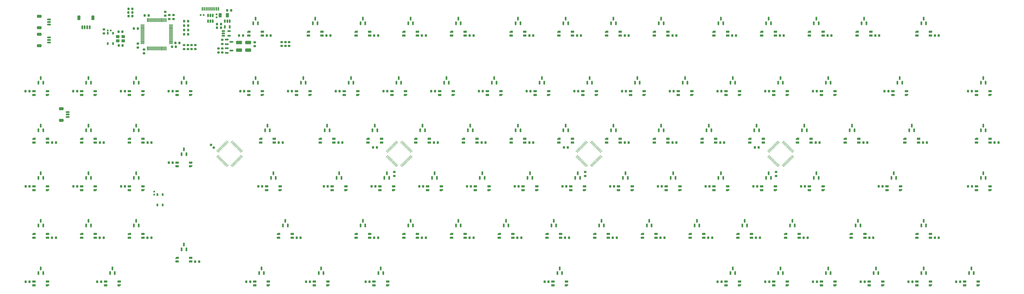
<source format=gbr>
%TF.GenerationSoftware,KiCad,Pcbnew,9.0.5*%
%TF.CreationDate,2026-01-18T13:13:48+07:00*%
%TF.ProjectId,MK98,4d4b3938-2e6b-4696-9361-645f70636258,rev?*%
%TF.SameCoordinates,Original*%
%TF.FileFunction,Paste,Bot*%
%TF.FilePolarity,Positive*%
%FSLAX46Y46*%
G04 Gerber Fmt 4.6, Leading zero omitted, Abs format (unit mm)*
G04 Created by KiCad (PCBNEW 9.0.5) date 2026-01-18 13:13:48*
%MOMM*%
%LPD*%
G01*
G04 APERTURE LIST*
G04 Aperture macros list*
%AMRoundRect*
0 Rectangle with rounded corners*
0 $1 Rounding radius*
0 $2 $3 $4 $5 $6 $7 $8 $9 X,Y pos of 4 corners*
0 Add a 4 corners polygon primitive as box body*
4,1,4,$2,$3,$4,$5,$6,$7,$8,$9,$2,$3,0*
0 Add four circle primitives for the rounded corners*
1,1,$1+$1,$2,$3*
1,1,$1+$1,$4,$5*
1,1,$1+$1,$6,$7*
1,1,$1+$1,$8,$9*
0 Add four rect primitives between the rounded corners*
20,1,$1+$1,$2,$3,$4,$5,0*
20,1,$1+$1,$4,$5,$6,$7,0*
20,1,$1+$1,$6,$7,$8,$9,0*
20,1,$1+$1,$8,$9,$2,$3,0*%
%AMRotRect*
0 Rectangle, with rotation*
0 The origin of the aperture is its center*
0 $1 length*
0 $2 width*
0 $3 Rotation angle, in degrees counterclockwise*
0 Add horizontal line*
21,1,$1,$2,0,0,$3*%
%AMFreePoly0*
4,1,18,-0.410000,0.593000,-0.403758,0.624380,-0.385983,0.650983,-0.359380,0.668758,-0.328000,0.675000,0.328000,0.675000,0.359380,0.668758,0.385983,0.650983,0.403758,0.624380,0.410000,0.593000,0.410000,-0.593000,0.403758,-0.624380,0.385983,-0.650983,0.359380,-0.668758,0.328000,-0.675000,0.000000,-0.675000,-0.410000,-0.265000,-0.410000,0.593000,-0.410000,0.593000,$1*%
G04 Aperture macros list end*
%ADD10RoundRect,0.082000X-0.593000X0.328000X-0.593000X-0.328000X0.593000X-0.328000X0.593000X0.328000X0*%
%ADD11FreePoly0,270.000000*%
%ADD12RoundRect,0.082000X0.593000X-0.328000X0.593000X0.328000X-0.593000X0.328000X-0.593000X-0.328000X0*%
%ADD13FreePoly0,90.000000*%
%ADD14RoundRect,0.150000X-0.150000X-0.625000X0.150000X-0.625000X0.150000X0.625000X-0.150000X0.625000X0*%
%ADD15RoundRect,0.250000X-0.350000X-0.650000X0.350000X-0.650000X0.350000X0.650000X-0.350000X0.650000X0*%
%ADD16RoundRect,0.225000X0.225000X0.250000X-0.225000X0.250000X-0.225000X-0.250000X0.225000X-0.250000X0*%
%ADD17RoundRect,0.150000X0.150000X-0.587500X0.150000X0.587500X-0.150000X0.587500X-0.150000X-0.587500X0*%
%ADD18RoundRect,0.250000X-0.945000X0.420000X-0.945000X-0.420000X0.945000X-0.420000X0.945000X0.420000X0*%
%ADD19RoundRect,0.225000X-0.225000X-0.250000X0.225000X-0.250000X0.225000X0.250000X-0.225000X0.250000X0*%
%ADD20RoundRect,0.200000X-0.275000X0.200000X-0.275000X-0.200000X0.275000X-0.200000X0.275000X0.200000X0*%
%ADD21RoundRect,0.225000X0.250000X-0.225000X0.250000X0.225000X-0.250000X0.225000X-0.250000X-0.225000X0*%
%ADD22RoundRect,0.150000X-0.512500X-0.150000X0.512500X-0.150000X0.512500X0.150000X-0.512500X0.150000X0*%
%ADD23RoundRect,0.250000X0.375000X0.625000X-0.375000X0.625000X-0.375000X-0.625000X0.375000X-0.625000X0*%
%ADD24RoundRect,0.160000X-0.160000X0.197500X-0.160000X-0.197500X0.160000X-0.197500X0.160000X0.197500X0*%
%ADD25RoundRect,0.225000X-0.250000X0.225000X-0.250000X-0.225000X0.250000X-0.225000X0.250000X0.225000X0*%
%ADD26R,0.700000X1.050013*%
%ADD27RoundRect,0.150000X0.625000X-0.150000X0.625000X0.150000X-0.625000X0.150000X-0.625000X-0.150000X0*%
%ADD28RoundRect,0.250000X0.650000X-0.350000X0.650000X0.350000X-0.650000X0.350000X-0.650000X-0.350000X0*%
%ADD29RoundRect,0.150000X-0.150000X0.512500X-0.150000X-0.512500X0.150000X-0.512500X0.150000X0.512500X0*%
%ADD30RoundRect,0.250000X-0.450000X-0.350000X0.450000X-0.350000X0.450000X0.350000X-0.450000X0.350000X0*%
%ADD31RoundRect,0.150000X-0.587500X-0.150000X0.587500X-0.150000X0.587500X0.150000X-0.587500X0.150000X0*%
%ADD32RoundRect,0.200000X-0.200000X-0.275000X0.200000X-0.275000X0.200000X0.275000X-0.200000X0.275000X0*%
%ADD33RoundRect,0.160000X0.197500X0.160000X-0.197500X0.160000X-0.197500X-0.160000X0.197500X-0.160000X0*%
%ADD34RoundRect,0.150000X-0.625000X0.150000X-0.625000X-0.150000X0.625000X-0.150000X0.625000X0.150000X0*%
%ADD35RoundRect,0.250000X-0.650000X0.350000X-0.650000X-0.350000X0.650000X-0.350000X0.650000X0.350000X0*%
%ADD36RoundRect,0.200000X0.275000X-0.200000X0.275000X0.200000X-0.275000X0.200000X-0.275000X-0.200000X0*%
%ADD37RotRect,0.229400X1.161999X315.000000*%
%ADD38RotRect,0.229400X1.161999X45.000000*%
%ADD39RotRect,0.229400X1.161999X135.000000*%
%ADD40RoundRect,0.075000X-0.700000X-0.075000X0.700000X-0.075000X0.700000X0.075000X-0.700000X0.075000X0*%
%ADD41RoundRect,0.075000X-0.075000X-0.700000X0.075000X-0.700000X0.075000X0.700000X-0.075000X0.700000X0*%
%ADD42RoundRect,0.225000X-0.335876X-0.017678X-0.017678X-0.335876X0.335876X0.017678X0.017678X0.335876X0*%
%ADD43R,0.600000X1.450000*%
%ADD44R,0.300000X1.450000*%
G04 APERTURE END LIST*
D10*
%TO.C,LED38*%
X152635000Y-85680000D03*
X152635000Y-84180000D03*
X147185000Y-85680000D03*
D11*
X147185000Y-84180000D03*
%TD*%
D12*
%TO.C,LED87*%
X61460000Y-141330000D03*
X61460000Y-142830000D03*
X66910000Y-141330000D03*
D13*
X66910000Y-142830000D03*
%TD*%
D10*
%TO.C,LED10*%
X309797500Y-42817500D03*
X309797500Y-41317500D03*
X304347500Y-42817500D03*
D11*
X304347500Y-41317500D03*
%TD*%
D14*
%TO.C,J5*%
X52150000Y-39575000D03*
X53150000Y-39575000D03*
X54150000Y-39575000D03*
X55150000Y-39575000D03*
D15*
X50850000Y-35700000D03*
X56450000Y-35700000D03*
%TD*%
D12*
%TO.C,LED59*%
X209097500Y-103230000D03*
X209097500Y-104730000D03*
X214547500Y-103230000D03*
D13*
X214547500Y-104730000D03*
%TD*%
D16*
%TO.C,C29*%
X307287500Y-65150000D03*
X305737500Y-65150000D03*
%TD*%
D17*
%TO.C,HE39*%
X169910000Y-80787500D03*
X168010000Y-80787500D03*
X168960000Y-78912500D03*
%TD*%
%TO.C,HE5*%
X203247500Y-37925000D03*
X201347500Y-37925000D03*
X202297500Y-36050000D03*
%TD*%
D18*
%TO.C,C109*%
X118348137Y-45600571D03*
X118348137Y-48680571D03*
%TD*%
D12*
%TO.C,LED68*%
X409122500Y-103230000D03*
X409122500Y-104730000D03*
X414572500Y-103230000D03*
D13*
X414572500Y-104730000D03*
%TD*%
D10*
%TO.C,LED47*%
X324085000Y-85680000D03*
X324085000Y-84180000D03*
X318635000Y-85680000D03*
D11*
X318635000Y-84180000D03*
%TD*%
D16*
%TO.C,C28*%
X288237500Y-65150000D03*
X286687500Y-65150000D03*
%TD*%
D12*
%TO.C,LED95*%
X366260000Y-141330000D03*
X366260000Y-142830000D03*
X371710000Y-141330000D03*
D13*
X371710000Y-142830000D03*
%TD*%
D17*
%TO.C,HE67*%
X377078750Y-99837500D03*
X375178750Y-99837500D03*
X376128750Y-97962500D03*
%TD*%
D12*
%TO.C,LED96*%
X385310000Y-141330000D03*
X385310000Y-142830000D03*
X390760000Y-141330000D03*
D13*
X390760000Y-142830000D03*
%TD*%
D19*
%TO.C,C5*%
X206807501Y-42820000D03*
X208357501Y-42820000D03*
%TD*%
D17*
%TO.C,HE49*%
X360410000Y-80787500D03*
X358510000Y-80787500D03*
X359460000Y-78912500D03*
%TD*%
D20*
%TO.C,R4*%
X92860000Y-46620000D03*
X92860000Y-48270000D03*
%TD*%
D17*
%TO.C,HE28*%
X293735000Y-61737500D03*
X291835000Y-61737500D03*
X292785000Y-59862500D03*
%TD*%
%TO.C,HE95*%
X369935000Y-137937500D03*
X368035000Y-137937500D03*
X368985000Y-136062500D03*
%TD*%
D16*
%TO.C,C124*%
X107525000Y-38250000D03*
X105975000Y-38250000D03*
%TD*%
D21*
%TO.C,C114*%
X88623857Y-36222815D03*
X88623857Y-34672815D03*
%TD*%
D17*
%TO.C,HE9*%
X284210000Y-37925000D03*
X282310000Y-37925000D03*
X283260000Y-36050000D03*
%TD*%
D10*
%TO.C,LED74*%
X166922500Y-123780000D03*
X166922500Y-122280000D03*
X161472500Y-123780000D03*
D11*
X161472500Y-122280000D03*
%TD*%
D17*
%TO.C,HE64*%
X308022500Y-99837500D03*
X306122500Y-99837500D03*
X307072500Y-97962500D03*
%TD*%
D16*
%TO.C,C24*%
X212037500Y-65150000D03*
X210487500Y-65150000D03*
%TD*%
D22*
%TO.C,U2*%
X108455000Y-42950000D03*
X108455000Y-42000001D03*
X108455000Y-41050002D03*
X110730000Y-41050002D03*
X110730000Y-42950000D03*
%TD*%
D12*
%TO.C,LED26*%
X251960000Y-65130000D03*
X251960000Y-66630000D03*
X257410000Y-65130000D03*
D13*
X257410000Y-66630000D03*
%TD*%
D10*
%TO.C,LED43*%
X247885000Y-85680000D03*
X247885000Y-84180000D03*
X242435000Y-85680000D03*
D11*
X242435000Y-84180000D03*
%TD*%
D17*
%TO.C,HE59*%
X212772500Y-99837500D03*
X210872500Y-99837500D03*
X211822500Y-97962500D03*
%TD*%
%TO.C,HE31*%
X350885000Y-61737500D03*
X348985000Y-61737500D03*
X349935000Y-59862500D03*
%TD*%
%TO.C,HE23*%
X198485000Y-61737500D03*
X196585000Y-61737500D03*
X197535000Y-59862500D03*
%TD*%
%TO.C,HE78*%
X241347500Y-118887500D03*
X239447500Y-118887500D03*
X240397500Y-117012500D03*
%TD*%
%TO.C,HE35*%
X74660000Y-80787500D03*
X72760000Y-80787500D03*
X73710000Y-78912500D03*
%TD*%
%TO.C,HE7*%
X246110000Y-37925000D03*
X244210000Y-37925000D03*
X245160000Y-36050000D03*
%TD*%
D12*
%TO.C,LED19*%
X118610000Y-65130000D03*
X118610000Y-66630000D03*
X124060000Y-65130000D03*
D13*
X124060000Y-66630000D03*
%TD*%
D10*
%TO.C,LED8*%
X266935000Y-42817500D03*
X266935000Y-41317500D03*
X261485000Y-42817500D03*
D11*
X261485000Y-41317500D03*
%TD*%
D23*
%TO.C,F1*%
X110050000Y-34700000D03*
X107250002Y-34700000D03*
%TD*%
D17*
%TO.C,HE80*%
X279447500Y-118887500D03*
X277547500Y-118887500D03*
X278497500Y-117012500D03*
%TD*%
%TO.C,HE63*%
X288972500Y-99837500D03*
X287072500Y-99837500D03*
X288022500Y-97962500D03*
%TD*%
%TO.C,HE17*%
X74660000Y-61737500D03*
X72760000Y-61737500D03*
X73710000Y-59862500D03*
%TD*%
D19*
%TO.C,C41*%
X211571974Y-85674911D03*
X213121974Y-85674911D03*
%TD*%
D24*
%TO.C,R9*%
X105732149Y-34387351D03*
X105732149Y-35582351D03*
%TD*%
D25*
%TO.C,C101*%
X134750000Y-45460000D03*
X134750000Y-47010000D03*
%TD*%
D17*
%TO.C,HE10*%
X308022500Y-37925000D03*
X306122500Y-37925000D03*
X307072500Y-36050000D03*
%TD*%
%TO.C,HE25*%
X236585000Y-61737500D03*
X234685000Y-61737500D03*
X235635000Y-59862500D03*
%TD*%
D10*
%TO.C,LED50*%
X385997500Y-85680000D03*
X385997500Y-84180000D03*
X380547500Y-85680000D03*
D11*
X380547500Y-84180000D03*
%TD*%
D10*
%TO.C,LED48*%
X343135000Y-85680000D03*
X343135000Y-84180000D03*
X337685000Y-85680000D03*
D11*
X337685000Y-84180000D03*
%TD*%
D26*
%TO.C,RST_BTN1*%
X62325070Y-41899924D03*
X62325070Y-46100076D03*
X64474930Y-41899924D03*
X64474930Y-46100076D03*
%TD*%
D20*
%TO.C,R2*%
X106550000Y-48010000D03*
X106550000Y-49660000D03*
%TD*%
D16*
%TO.C,C115*%
X78650000Y-34775000D03*
X77100000Y-34775000D03*
%TD*%
D19*
%TO.C,C69*%
X40115000Y-123790000D03*
X41665000Y-123790000D03*
%TD*%
D16*
%TO.C,C15*%
X31062500Y-65150000D03*
X29512500Y-65150000D03*
%TD*%
D27*
%TO.C,J6*%
X38875000Y-45625000D03*
X38875001Y-44625000D03*
X38875000Y-43625000D03*
D28*
X35000000Y-46925000D03*
X35000000Y-42325000D03*
%TD*%
D17*
%TO.C,HE92*%
X312785000Y-137937500D03*
X310885000Y-137937500D03*
X311835000Y-136062500D03*
%TD*%
D19*
%TO.C,C80*%
X283002500Y-123790000D03*
X284552500Y-123790000D03*
%TD*%
%TO.C,C42*%
X230621974Y-85674911D03*
X232171974Y-85674911D03*
%TD*%
D17*
%TO.C,HE14*%
X388985000Y-37925000D03*
X387085000Y-37925000D03*
X388035000Y-36050000D03*
%TD*%
%TO.C,HE79*%
X260397500Y-118887500D03*
X258497500Y-118887500D03*
X259447500Y-117012500D03*
%TD*%
D29*
%TO.C,U3*%
X102370575Y-34784171D03*
X103320574Y-34784171D03*
X104270573Y-34784171D03*
X104270573Y-37059171D03*
X103320574Y-37059171D03*
X102370575Y-37059171D03*
%TD*%
D16*
%TO.C,C32*%
X373962500Y-65150000D03*
X372412500Y-65150000D03*
%TD*%
D12*
%TO.C,LED61*%
X247197500Y-103230000D03*
X247197500Y-104730000D03*
X252647500Y-103230000D03*
D13*
X252647500Y-104730000D03*
%TD*%
D16*
%TO.C,C120*%
X74325000Y-40075000D03*
X72775000Y-40075000D03*
%TD*%
D12*
%TO.C,LED63*%
X285297500Y-103230000D03*
X285297500Y-104730000D03*
X290747500Y-103230000D03*
D13*
X290747500Y-104730000D03*
%TD*%
D17*
%TO.C,HE36*%
X93710000Y-90312500D03*
X91810000Y-90312500D03*
X92760000Y-88437500D03*
%TD*%
D10*
%TO.C,LED46*%
X305035000Y-85680000D03*
X305035000Y-84180000D03*
X299585000Y-85680000D03*
D11*
X299585000Y-84180000D03*
%TD*%
D19*
%TO.C,C10*%
X311582501Y-42820000D03*
X313132501Y-42820000D03*
%TD*%
D10*
%TO.C,LED1*%
X124060000Y-42817500D03*
X124060000Y-41317500D03*
X118610000Y-42817500D03*
D11*
X118610000Y-41317500D03*
%TD*%
D10*
%TO.C,LED11*%
X328847500Y-42817500D03*
X328847500Y-41317500D03*
X323397500Y-42817500D03*
D11*
X323397500Y-41317500D03*
%TD*%
D18*
%TO.C,C108*%
X114730000Y-45600000D03*
X114730000Y-48680000D03*
%TD*%
D10*
%TO.C,LED6*%
X228835000Y-42817500D03*
X228835000Y-41317500D03*
X223385000Y-42817500D03*
D11*
X223385000Y-41317500D03*
%TD*%
D12*
%TO.C,LED22*%
X175760000Y-65130000D03*
X175760000Y-66630000D03*
X181210000Y-65130000D03*
D13*
X181210000Y-66630000D03*
%TD*%
D17*
%TO.C,HE40*%
X188960000Y-80787500D03*
X187060000Y-80787500D03*
X188010000Y-78912500D03*
%TD*%
%TO.C,HE12*%
X346122500Y-37925000D03*
X344222500Y-37925000D03*
X345172500Y-36050000D03*
%TD*%
D25*
%TO.C,C117*%
X76859771Y-48436890D03*
X76859771Y-49986890D03*
%TD*%
D17*
%TO.C,HE82*%
X317547500Y-118887500D03*
X315647500Y-118887500D03*
X316597500Y-117012500D03*
%TD*%
D10*
%TO.C,LED71*%
X76435000Y-123780000D03*
X76435000Y-122280000D03*
X70985000Y-123780000D03*
D11*
X70985000Y-122280000D03*
%TD*%
D16*
%TO.C,C25*%
X231087500Y-65150000D03*
X229537500Y-65150000D03*
%TD*%
D12*
%TO.C,LED88*%
X120991250Y-141330000D03*
X120991250Y-142830000D03*
X126441250Y-141330000D03*
D13*
X126441250Y-142830000D03*
%TD*%
D19*
%TO.C,C112*%
X92860000Y-38876289D03*
X94410000Y-38876289D03*
%TD*%
D12*
%TO.C,LED86*%
X32885000Y-141330000D03*
X32885000Y-142830000D03*
X38335000Y-141330000D03*
D13*
X38335000Y-142830000D03*
%TD*%
D16*
%TO.C,C21*%
X154887500Y-65150000D03*
X153337500Y-65150000D03*
%TD*%
D17*
%TO.C,HE88*%
X124666250Y-137937500D03*
X122766250Y-137937500D03*
X123716250Y-136062500D03*
%TD*%
D19*
%TO.C,C6*%
X230620000Y-42820000D03*
X232170000Y-42820000D03*
%TD*%
%TO.C,C8*%
X268720001Y-42820000D03*
X270270001Y-42820000D03*
%TD*%
%TO.C,C48*%
X344921974Y-85674911D03*
X346471974Y-85674911D03*
%TD*%
D17*
%TO.C,HE29*%
X312785000Y-61737500D03*
X310885000Y-61737500D03*
X311835000Y-59862500D03*
%TD*%
%TO.C,HE42*%
X227060000Y-80787500D03*
X225160000Y-80787500D03*
X226110000Y-78912500D03*
%TD*%
D19*
%TO.C,C76*%
X206802500Y-123790000D03*
X208352500Y-123790000D03*
%TD*%
D16*
%TO.C,C90*%
X166831250Y-141370000D03*
X165281250Y-141370000D03*
%TD*%
D19*
%TO.C,C4*%
X187757501Y-42820000D03*
X189307501Y-42820000D03*
%TD*%
D12*
%TO.C,LED64*%
X304347500Y-103230000D03*
X304347500Y-104730000D03*
X309797500Y-103230000D03*
D13*
X309797500Y-104730000D03*
%TD*%
D19*
%TO.C,C51*%
X416359474Y-85674911D03*
X417909474Y-85674911D03*
%TD*%
D12*
%TO.C,LED58*%
X190047500Y-103230000D03*
X190047500Y-104730000D03*
X195497500Y-103230000D03*
D13*
X195497500Y-104730000D03*
%TD*%
D12*
%TO.C,LED32*%
X375785000Y-65130000D03*
X375785000Y-66630000D03*
X381235000Y-65130000D03*
D13*
X381235000Y-66630000D03*
%TD*%
D16*
%TO.C,C23*%
X192987500Y-65150000D03*
X191437500Y-65150000D03*
%TD*%
D24*
%TO.C,R11*%
X80890000Y-105322500D03*
X80890000Y-106517500D03*
%TD*%
D10*
%TO.C,LED73*%
X135966250Y-123780000D03*
X135966250Y-122280000D03*
X130516250Y-123780000D03*
D11*
X130516250Y-122280000D03*
%TD*%
D17*
%TO.C,HE68*%
X412797500Y-99837500D03*
X410897500Y-99837500D03*
X411847500Y-97962500D03*
%TD*%
D10*
%TO.C,LED39*%
X171685000Y-85680000D03*
X171685000Y-84180000D03*
X166235000Y-85680000D03*
D11*
X166235000Y-84180000D03*
%TD*%
D19*
%TO.C,C82*%
X321102500Y-123790000D03*
X322652500Y-123790000D03*
%TD*%
D20*
%TO.C,R6*%
X95813333Y-46620000D03*
X95813333Y-48270000D03*
%TD*%
D16*
%TO.C,C55*%
X123968750Y-103230000D03*
X122418750Y-103230000D03*
%TD*%
D10*
%TO.C,LED44*%
X266935000Y-85680000D03*
X266935000Y-84180000D03*
X261485000Y-85680000D03*
D11*
X261485000Y-84180000D03*
%TD*%
D30*
%TO.C,Y1*%
X66326719Y-43226475D03*
X68526719Y-43226475D03*
X68526719Y-44926475D03*
X66326719Y-44926475D03*
%TD*%
D16*
%TO.C,C58*%
X188262500Y-103230000D03*
X186712500Y-103230000D03*
%TD*%
%TO.C,C53*%
X50150000Y-103230000D03*
X48600000Y-103230000D03*
%TD*%
D12*
%TO.C,LED24*%
X213860000Y-65130000D03*
X213860000Y-66630000D03*
X219310000Y-65130000D03*
D13*
X219310000Y-66630000D03*
%TD*%
D17*
%TO.C,HE61*%
X250872500Y-99837500D03*
X248972500Y-99837500D03*
X249922500Y-97962500D03*
%TD*%
D19*
%TO.C,C7*%
X249670002Y-42820000D03*
X251220002Y-42820000D03*
%TD*%
D16*
%TO.C,C88*%
X119206250Y-141370000D03*
X117656250Y-141370000D03*
%TD*%
D31*
%TO.C,Q2*%
X109815000Y-49790001D03*
X109815000Y-47890001D03*
X111690001Y-48840001D03*
%TD*%
D16*
%TO.C,C97*%
X402575000Y-141370000D03*
X401025000Y-141370000D03*
%TD*%
D12*
%TO.C,LED52*%
X32885000Y-103230000D03*
X32885000Y-104730000D03*
X38335000Y-103230000D03*
D13*
X38335000Y-104730000D03*
%TD*%
D17*
%TO.C,HE75*%
X184197500Y-118887500D03*
X182297500Y-118887500D03*
X183247500Y-117012500D03*
%TD*%
%TO.C,HE43*%
X246110000Y-80787500D03*
X244210000Y-80787500D03*
X245160000Y-78912500D03*
%TD*%
D12*
%TO.C,LED21*%
X156710000Y-65130000D03*
X156710000Y-66630000D03*
X162160000Y-65130000D03*
D13*
X162160000Y-66630000D03*
%TD*%
D17*
%TO.C,HE74*%
X165147500Y-118887500D03*
X163247500Y-118887500D03*
X164197500Y-117012500D03*
%TD*%
D19*
%TO.C,C118*%
X87995528Y-47368461D03*
X89545528Y-47368461D03*
%TD*%
D12*
%TO.C,LED65*%
X323397500Y-103230000D03*
X323397500Y-104730000D03*
X328847500Y-103230000D03*
D13*
X328847500Y-104730000D03*
%TD*%
D16*
%TO.C,C20*%
X135837500Y-65150000D03*
X134287500Y-65150000D03*
%TD*%
D10*
%TO.C,LED76*%
X205022500Y-123780000D03*
X205022500Y-122280000D03*
X199572500Y-123780000D03*
D11*
X199572500Y-122280000D03*
%TD*%
D21*
%TO.C,C128*%
X252916719Y-99021475D03*
X252916719Y-97471475D03*
%TD*%
D19*
%TO.C,C77*%
X225852500Y-123790000D03*
X227402500Y-123790000D03*
%TD*%
D12*
%TO.C,LED16*%
X51935000Y-65130000D03*
X51935000Y-66630000D03*
X57385000Y-65130000D03*
D13*
X57385000Y-66630000D03*
%TD*%
D19*
%TO.C,C122*%
X66725247Y-46805907D03*
X68275247Y-46805907D03*
%TD*%
D17*
%TO.C,HE4*%
X184197500Y-37925000D03*
X182297500Y-37925000D03*
X183247500Y-36050000D03*
%TD*%
%TO.C,HE69*%
X36560000Y-118887500D03*
X34660000Y-118887500D03*
X35610000Y-117012500D03*
%TD*%
%TO.C,HE41*%
X208010000Y-80787500D03*
X206110000Y-80787500D03*
X207060000Y-78912500D03*
%TD*%
D32*
%TO.C,R12*%
X114736719Y-42841475D03*
X116386719Y-42841475D03*
%TD*%
D19*
%TO.C,C2*%
X149657501Y-42820000D03*
X151207501Y-42820000D03*
%TD*%
%TO.C,C13*%
X368732501Y-42820000D03*
X370282501Y-42820000D03*
%TD*%
D17*
%TO.C,HE48*%
X341360000Y-80787500D03*
X339460000Y-80787500D03*
X340410000Y-78912500D03*
%TD*%
%TO.C,HE24*%
X217535000Y-61737500D03*
X215635000Y-61737500D03*
X216585000Y-59862500D03*
%TD*%
D26*
%TO.C,BOOT_BTN1*%
X82125070Y-106499924D03*
X82125070Y-110700076D03*
X84274930Y-106499924D03*
X84274930Y-110700076D03*
%TD*%
D33*
%TO.C,R8*%
X100617500Y-34610000D03*
X99422500Y-34610000D03*
%TD*%
D17*
%TO.C,HE46*%
X303260000Y-80787500D03*
X301360000Y-80787500D03*
X302310000Y-78912500D03*
%TD*%
D19*
%TO.C,C74*%
X168702500Y-123790000D03*
X170252500Y-123790000D03*
%TD*%
%TO.C,C110*%
X92860000Y-42370000D03*
X94410000Y-42370000D03*
%TD*%
D12*
%TO.C,LED36*%
X90035000Y-93705000D03*
X90035000Y-95205000D03*
X95485000Y-93705000D03*
D13*
X95485000Y-95205000D03*
%TD*%
D17*
%TO.C,HE58*%
X193722500Y-99837500D03*
X191822500Y-99837500D03*
X192772500Y-97962500D03*
%TD*%
%TO.C,HE6*%
X227060000Y-37925000D03*
X225160000Y-37925000D03*
X226110000Y-36050000D03*
%TD*%
D10*
%TO.C,LED2*%
X147872500Y-42817500D03*
X147872500Y-41317500D03*
X142422500Y-42817500D03*
D11*
X142422500Y-41317500D03*
%TD*%
D17*
%TO.C,HE93*%
X331835000Y-137937500D03*
X329935000Y-137937500D03*
X330885000Y-136062500D03*
%TD*%
D19*
%TO.C,C83*%
X340152500Y-123790000D03*
X341702500Y-123790000D03*
%TD*%
D16*
%TO.C,C98*%
X407300000Y-65150000D03*
X405750000Y-65150000D03*
%TD*%
D17*
%TO.C,HE98*%
X412797500Y-61737500D03*
X410897500Y-61737500D03*
X411847500Y-59862500D03*
%TD*%
D34*
%TO.C,J2*%
X46360000Y-73460000D03*
X46359999Y-74460000D03*
X46360000Y-75460000D03*
D35*
X43834999Y-72160000D03*
X43834999Y-76760000D03*
%TD*%
D10*
%TO.C,LED35*%
X76435000Y-85680000D03*
X76435000Y-84180000D03*
X70985000Y-85680000D03*
D11*
X70985000Y-84180000D03*
%TD*%
D12*
%TO.C,LED54*%
X70985000Y-103230000D03*
X70985000Y-104730000D03*
X76435000Y-103230000D03*
D13*
X76435000Y-104730000D03*
%TD*%
D19*
%TO.C,C79*%
X263952500Y-123790000D03*
X265502500Y-123790000D03*
%TD*%
%TO.C,C12*%
X349682502Y-42820000D03*
X351232502Y-42820000D03*
%TD*%
D12*
%TO.C,LED97*%
X404360000Y-141330000D03*
X404360000Y-142830000D03*
X409810000Y-141330000D03*
D13*
X409810000Y-142830000D03*
%TD*%
D19*
%TO.C,C71*%
X78215000Y-123790000D03*
X79765000Y-123790000D03*
%TD*%
D16*
%TO.C,C86*%
X31100000Y-141370000D03*
X29550000Y-141370000D03*
%TD*%
D17*
%TO.C,HE66*%
X346122500Y-99837500D03*
X344222500Y-99837500D03*
X345172500Y-97962500D03*
%TD*%
D19*
%TO.C,C75*%
X187752500Y-123790000D03*
X189302500Y-123790000D03*
%TD*%
D16*
%TO.C,C89*%
X143018750Y-141370000D03*
X141468750Y-141370000D03*
%TD*%
D12*
%TO.C,LED90*%
X168616250Y-141330000D03*
X168616250Y-142830000D03*
X174066250Y-141330000D03*
D13*
X174066250Y-142830000D03*
%TD*%
D10*
%TO.C,LED84*%
X364566250Y-123780000D03*
X364566250Y-122280000D03*
X359116250Y-123780000D03*
D11*
X359116250Y-122280000D03*
%TD*%
D19*
%TO.C,C45*%
X287771974Y-85674911D03*
X289321974Y-85674911D03*
%TD*%
D16*
%TO.C,C30*%
X326337500Y-65150000D03*
X324787500Y-65150000D03*
%TD*%
D12*
%TO.C,LED28*%
X290060000Y-65130000D03*
X290060000Y-66630000D03*
X295510000Y-65130000D03*
D13*
X295510000Y-66630000D03*
%TD*%
D17*
%TO.C,HE2*%
X146097500Y-37925000D03*
X144197500Y-37925000D03*
X145147500Y-36050000D03*
%TD*%
D12*
%TO.C,LED92*%
X309110000Y-141330000D03*
X309110000Y-142830000D03*
X314560000Y-141330000D03*
D13*
X314560000Y-142830000D03*
%TD*%
D12*
%TO.C,LED29*%
X309110000Y-65130000D03*
X309110000Y-66630000D03*
X314560000Y-65130000D03*
D13*
X314560000Y-66630000D03*
%TD*%
D16*
%TO.C,C62*%
X264462500Y-103230000D03*
X262912500Y-103230000D03*
%TD*%
D19*
%TO.C,C14*%
X392545001Y-42820000D03*
X394095001Y-42820000D03*
%TD*%
D17*
%TO.C,HE54*%
X74660000Y-99837500D03*
X72760000Y-99837500D03*
X73710000Y-97962500D03*
%TD*%
D10*
%TO.C,LED69*%
X38335000Y-123780000D03*
X38335000Y-122280000D03*
X32885000Y-123780000D03*
D11*
X32885000Y-122280000D03*
%TD*%
D16*
%TO.C,C19*%
X116787500Y-65150000D03*
X115237500Y-65150000D03*
%TD*%
D12*
%TO.C,LED31*%
X347210000Y-65130000D03*
X347210000Y-66630000D03*
X352660000Y-65130000D03*
D13*
X352660000Y-66630000D03*
%TD*%
D19*
%TO.C,C84*%
X366346250Y-123790000D03*
X367896250Y-123790000D03*
%TD*%
%TO.C,C33*%
X40119278Y-85681442D03*
X41669278Y-85681442D03*
%TD*%
D20*
%TO.C,R3*%
X108050000Y-48008820D03*
X108050000Y-49658820D03*
%TD*%
D16*
%TO.C,C47*%
X322175000Y-87667499D03*
X320625000Y-87667499D03*
%TD*%
D17*
%TO.C,HE60*%
X231822500Y-99837500D03*
X229922500Y-99837500D03*
X230872500Y-97962500D03*
%TD*%
D19*
%TO.C,C38*%
X154421974Y-85674911D03*
X155971974Y-85674911D03*
%TD*%
D16*
%TO.C,C59*%
X207312500Y-103230000D03*
X205762500Y-103230000D03*
%TD*%
D10*
%TO.C,LED81*%
X300272500Y-123780000D03*
X300272500Y-122280000D03*
X294822500Y-123780000D03*
D11*
X294822500Y-122280000D03*
%TD*%
D16*
%TO.C,C22*%
X173937500Y-65150000D03*
X172387500Y-65150000D03*
%TD*%
D10*
%TO.C,LED4*%
X185972500Y-42817500D03*
X185972500Y-41317500D03*
X180522500Y-42817500D03*
D11*
X180522500Y-41317500D03*
%TD*%
D19*
%TO.C,C78*%
X244902500Y-123790000D03*
X246452500Y-123790000D03*
%TD*%
D27*
%TO.C,J7*%
X38875000Y-38400000D03*
X38875001Y-37400000D03*
X38875000Y-36400000D03*
D28*
X35000000Y-39700000D03*
X35000000Y-35100000D03*
%TD*%
D16*
%TO.C,C92*%
X307325000Y-141370000D03*
X305775000Y-141370000D03*
%TD*%
%TO.C,C63*%
X283512500Y-103230000D03*
X281962500Y-103230000D03*
%TD*%
D19*
%TO.C,C40*%
X192521974Y-85674911D03*
X194071974Y-85674911D03*
%TD*%
D17*
%TO.C,HE19*%
X122285000Y-61737500D03*
X120385000Y-61737500D03*
X121335000Y-59862500D03*
%TD*%
D19*
%TO.C,C46*%
X306821974Y-85674911D03*
X308371974Y-85674911D03*
%TD*%
D10*
%TO.C,LED80*%
X281222500Y-123780000D03*
X281222500Y-122280000D03*
X275772500Y-123780000D03*
D11*
X275772500Y-122280000D03*
%TD*%
D12*
%TO.C,LED27*%
X271010000Y-65130000D03*
X271010000Y-66630000D03*
X276460000Y-65130000D03*
D13*
X276460000Y-66630000D03*
%TD*%
D36*
%TO.C,R1*%
X108028150Y-46205000D03*
X108028150Y-44555000D03*
%TD*%
D19*
%TO.C,C73*%
X137746250Y-123790000D03*
X139296250Y-123790000D03*
%TD*%
D12*
%TO.C,LED17*%
X70985000Y-65130000D03*
X70985000Y-66630000D03*
X76435000Y-65130000D03*
D13*
X76435000Y-66630000D03*
%TD*%
D17*
%TO.C,HE96*%
X388985000Y-137937500D03*
X387085000Y-137937500D03*
X388035000Y-136062500D03*
%TD*%
%TO.C,HE21*%
X160385000Y-61737500D03*
X158485000Y-61737500D03*
X159435000Y-59862500D03*
%TD*%
D16*
%TO.C,C54*%
X69200000Y-103230000D03*
X67650000Y-103230000D03*
%TD*%
D17*
%TO.C,HE26*%
X255630000Y-61737500D03*
X253730000Y-61737500D03*
X254680000Y-59862500D03*
%TD*%
D16*
%TO.C,C93*%
X326375000Y-141370000D03*
X324825000Y-141370000D03*
%TD*%
D10*
%TO.C,LED40*%
X190735000Y-85680000D03*
X190735000Y-84180000D03*
X185285000Y-85680000D03*
D11*
X185285000Y-84180000D03*
%TD*%
D17*
%TO.C,HE86*%
X36560000Y-137937500D03*
X34660000Y-137937500D03*
X35610000Y-136062500D03*
%TD*%
%TO.C,HE38*%
X150860000Y-80787500D03*
X148960000Y-80787500D03*
X149910000Y-78912500D03*
%TD*%
%TO.C,HE56*%
X155622500Y-99837500D03*
X153722500Y-99837500D03*
X154672500Y-97962500D03*
%TD*%
D10*
%TO.C,LED78*%
X243122500Y-123780000D03*
X243122500Y-122280000D03*
X237672500Y-123780000D03*
D11*
X237672500Y-122280000D03*
%TD*%
D17*
%TO.C,HE91*%
X243728750Y-137937500D03*
X241828750Y-137937500D03*
X242778750Y-136062500D03*
%TD*%
D10*
%TO.C,LED3*%
X166922500Y-42817500D03*
X166922500Y-41317500D03*
X161472500Y-42817500D03*
D11*
X161472500Y-41317500D03*
%TD*%
D16*
%TO.C,C66*%
X340662500Y-103230000D03*
X339112500Y-103230000D03*
%TD*%
D19*
%TO.C,C9*%
X287770001Y-42820000D03*
X289320001Y-42820000D03*
%TD*%
D12*
%TO.C,LED15*%
X32885000Y-65130000D03*
X32885000Y-66630000D03*
X38335000Y-65130000D03*
D13*
X38335000Y-66630000D03*
%TD*%
D17*
%TO.C,HE37*%
X127047500Y-80787500D03*
X125147500Y-80787500D03*
X126097500Y-78912500D03*
%TD*%
D16*
%TO.C,C67*%
X371618750Y-103230000D03*
X370068750Y-103230000D03*
%TD*%
D12*
%TO.C,LED23*%
X194810000Y-65130000D03*
X194810000Y-66630000D03*
X200260000Y-65130000D03*
D13*
X200260000Y-66630000D03*
%TD*%
D17*
%TO.C,HE8*%
X265160000Y-37925000D03*
X263260000Y-37925000D03*
X264210000Y-36050000D03*
%TD*%
D21*
%TO.C,C125*%
X60800000Y-41975000D03*
X60800000Y-40425000D03*
%TD*%
D19*
%TO.C,C49*%
X363971974Y-85674911D03*
X365521974Y-85674911D03*
%TD*%
D37*
%TO.C,U5*%
X110051450Y-95018920D03*
X109697897Y-94665368D03*
X109344343Y-94311813D03*
X108990790Y-93958260D03*
X108637237Y-93604707D03*
X108283683Y-93251153D03*
X107930130Y-92897600D03*
X107576576Y-92544046D03*
X107223023Y-92190493D03*
X106869470Y-91836940D03*
X106515915Y-91483386D03*
X106162363Y-91129833D03*
D38*
X106162363Y-89270425D03*
X106515915Y-88916872D03*
X106869470Y-88563318D03*
X107223023Y-88209765D03*
X107576576Y-87856212D03*
X107930130Y-87502658D03*
X108283683Y-87149105D03*
X108637237Y-86795551D03*
X108990790Y-86441998D03*
X109344343Y-86088445D03*
X109697897Y-85734890D03*
X110051450Y-85381338D03*
D37*
X111910858Y-85381338D03*
X112264411Y-85734890D03*
X112617965Y-86088445D03*
X112971518Y-86441998D03*
X113325071Y-86795551D03*
X113678625Y-87149105D03*
X114032178Y-87502658D03*
X114385732Y-87856212D03*
X114739285Y-88209765D03*
X115092838Y-88563318D03*
X115446393Y-88916872D03*
X115799945Y-89270425D03*
D38*
X115799945Y-91129833D03*
X115446393Y-91483386D03*
X115092838Y-91836940D03*
X114739285Y-92190493D03*
X114385732Y-92544046D03*
X114032178Y-92897600D03*
X113678625Y-93251153D03*
X113325071Y-93604707D03*
X112971518Y-93958260D03*
X112617965Y-94311813D03*
X112264411Y-94665368D03*
X111910858Y-95018920D03*
%TD*%
D16*
%TO.C,C52*%
X31100000Y-103230000D03*
X29550000Y-103230000D03*
%TD*%
%TO.C,C27*%
X269187500Y-65150000D03*
X267637500Y-65150000D03*
%TD*%
D17*
%TO.C,HE71*%
X74660000Y-118887500D03*
X72760000Y-118887500D03*
X73710000Y-117012500D03*
%TD*%
D12*
%TO.C,LED20*%
X137660000Y-65130000D03*
X137660000Y-66630000D03*
X143110000Y-65130000D03*
D13*
X143110000Y-66630000D03*
%TD*%
D32*
%TO.C,FB1*%
X70550000Y-33600000D03*
X72200000Y-33600000D03*
%TD*%
D19*
%TO.C,C81*%
X302052500Y-123790000D03*
X303602500Y-123790000D03*
%TD*%
D17*
%TO.C,HE30*%
X331835000Y-61737500D03*
X329935000Y-61737500D03*
X330885000Y-59862500D03*
%TD*%
D38*
%TO.C,U8*%
X335795576Y-91152483D03*
X335442024Y-91506036D03*
X335088469Y-91859590D03*
X334734916Y-92213143D03*
X334381363Y-92566696D03*
X334027809Y-92920250D03*
X333674256Y-93273803D03*
X333320702Y-93627357D03*
X332967149Y-93980910D03*
X332613596Y-94334463D03*
X332260042Y-94688018D03*
X331906489Y-95041570D03*
D39*
X330047081Y-95041570D03*
X329693528Y-94688018D03*
X329339974Y-94334463D03*
X328986421Y-93980910D03*
X328632868Y-93627357D03*
X328279314Y-93273803D03*
X327925761Y-92920250D03*
X327572207Y-92566696D03*
X327218654Y-92213143D03*
X326865101Y-91859590D03*
X326511546Y-91506036D03*
X326157994Y-91152483D03*
D38*
X326157994Y-89293075D03*
X326511546Y-88939522D03*
X326865101Y-88585968D03*
X327218654Y-88232415D03*
X327572207Y-87878862D03*
X327925761Y-87525308D03*
X328279314Y-87171755D03*
X328632868Y-86818201D03*
X328986421Y-86464648D03*
X329339974Y-86111095D03*
X329693528Y-85757540D03*
X330047081Y-85403988D03*
D39*
X331906489Y-85403988D03*
X332260042Y-85757540D03*
X332613596Y-86111095D03*
X332967149Y-86464648D03*
X333320702Y-86818201D03*
X333674256Y-87171755D03*
X334027809Y-87525308D03*
X334381363Y-87878862D03*
X334734916Y-88232415D03*
X335088469Y-88585968D03*
X335442024Y-88939522D03*
X335795576Y-89293075D03*
%TD*%
D16*
%TO.C,C132*%
X90916537Y-45765747D03*
X89366537Y-45765747D03*
%TD*%
D17*
%TO.C,HE27*%
X274685000Y-61737500D03*
X272785000Y-61737500D03*
X273735000Y-59862500D03*
%TD*%
%TO.C,HE44*%
X265160000Y-80787500D03*
X263260000Y-80787500D03*
X264210000Y-78912500D03*
%TD*%
%TO.C,HE57*%
X174672500Y-99837500D03*
X172772500Y-99837500D03*
X173722500Y-97962500D03*
%TD*%
D16*
%TO.C,C36*%
X88250000Y-93700000D03*
X86700000Y-93700000D03*
%TD*%
D31*
%TO.C,Q1*%
X109804704Y-46345739D03*
X109804704Y-44445739D03*
X111679705Y-45395739D03*
%TD*%
D10*
%TO.C,LED33*%
X38335000Y-85680000D03*
X38335000Y-84180000D03*
X32885000Y-85680000D03*
D11*
X32885000Y-84180000D03*
%TD*%
D17*
%TO.C,HE15*%
X36560000Y-61737500D03*
X34660000Y-61737500D03*
X35610000Y-59862500D03*
%TD*%
D12*
%TO.C,LED67*%
X373403750Y-103230000D03*
X373403750Y-104730000D03*
X378853750Y-103230000D03*
D13*
X378853750Y-104730000D03*
%TD*%
D20*
%TO.C,R5*%
X94336667Y-46620000D03*
X94336667Y-48270000D03*
%TD*%
D12*
%TO.C,LED66*%
X342447500Y-103230000D03*
X342447500Y-104730000D03*
X347897500Y-103230000D03*
D13*
X347897500Y-104730000D03*
%TD*%
D17*
%TO.C,HE1*%
X122285000Y-37925000D03*
X120385000Y-37925000D03*
X121335000Y-36050000D03*
%TD*%
D38*
%TO.C,U6*%
X183522482Y-91152483D03*
X183168930Y-91506036D03*
X182815375Y-91859590D03*
X182461822Y-92213143D03*
X182108269Y-92566696D03*
X181754715Y-92920250D03*
X181401162Y-93273803D03*
X181047608Y-93627357D03*
X180694055Y-93980910D03*
X180340502Y-94334463D03*
X179986948Y-94688018D03*
X179633395Y-95041570D03*
D39*
X177773987Y-95041570D03*
X177420434Y-94688018D03*
X177066880Y-94334463D03*
X176713327Y-93980910D03*
X176359774Y-93627357D03*
X176006220Y-93273803D03*
X175652667Y-92920250D03*
X175299113Y-92566696D03*
X174945560Y-92213143D03*
X174592007Y-91859590D03*
X174238452Y-91506036D03*
X173884900Y-91152483D03*
D38*
X173884900Y-89293075D03*
X174238452Y-88939522D03*
X174592007Y-88585968D03*
X174945560Y-88232415D03*
X175299113Y-87878862D03*
X175652667Y-87525308D03*
X176006220Y-87171755D03*
X176359774Y-86818201D03*
X176713327Y-86464648D03*
X177066880Y-86111095D03*
X177420434Y-85757540D03*
X177773987Y-85403988D03*
D39*
X179633395Y-85403988D03*
X179986948Y-85757540D03*
X180340502Y-86111095D03*
X180694055Y-86464648D03*
X181047608Y-86818201D03*
X181401162Y-87171755D03*
X181754715Y-87525308D03*
X182108269Y-87878862D03*
X182461822Y-88232415D03*
X182815375Y-88585968D03*
X183168930Y-88939522D03*
X183522482Y-89293075D03*
%TD*%
D10*
%TO.C,LED41*%
X209785000Y-85680000D03*
X209785000Y-84180000D03*
X204335000Y-85680000D03*
D11*
X204335000Y-84180000D03*
%TD*%
D17*
%TO.C,HE3*%
X165147500Y-37925000D03*
X163247500Y-37925000D03*
X164197500Y-36050000D03*
%TD*%
D12*
%TO.C,LED60*%
X228147500Y-103230000D03*
X228147500Y-104730000D03*
X233597500Y-103230000D03*
D13*
X233597500Y-104730000D03*
%TD*%
D17*
%TO.C,HE87*%
X65135000Y-137937500D03*
X63235000Y-137937500D03*
X64185000Y-136062500D03*
%TD*%
D10*
%TO.C,LED34*%
X57385000Y-85680000D03*
X57385000Y-84180000D03*
X51935000Y-85680000D03*
D11*
X51935000Y-84180000D03*
%TD*%
D17*
%TO.C,HE22*%
X179435000Y-61737500D03*
X177535000Y-61737500D03*
X178485000Y-59862500D03*
%TD*%
D10*
%TO.C,LED42*%
X228835000Y-85680000D03*
X228835000Y-84180000D03*
X223385000Y-85680000D03*
D11*
X223385000Y-84180000D03*
%TD*%
D10*
%TO.C,LED85*%
X390760000Y-123780000D03*
X390760000Y-122280000D03*
X385310000Y-123780000D03*
D11*
X385310000Y-122280000D03*
%TD*%
D10*
%TO.C,LED49*%
X362185000Y-85680000D03*
X362185000Y-84180000D03*
X356735000Y-85680000D03*
D11*
X356735000Y-84180000D03*
%TD*%
D40*
%TO.C,U4*%
X76211719Y-46091474D03*
X76211719Y-45591475D03*
X76211719Y-45091475D03*
X76211719Y-44591475D03*
X76211719Y-44091475D03*
X76211719Y-43591474D03*
X76211719Y-43091475D03*
X76211719Y-42591475D03*
X76211719Y-42091475D03*
X76211719Y-41591475D03*
X76211719Y-41091476D03*
X76211719Y-40591475D03*
X76211719Y-40091475D03*
X76211719Y-39591475D03*
X76211719Y-39091475D03*
X76211719Y-38591476D03*
D41*
X78136720Y-36666475D03*
X78636719Y-36666475D03*
X79136719Y-36666475D03*
X79636719Y-36666475D03*
X80136719Y-36666475D03*
X80636720Y-36666475D03*
X81136719Y-36666475D03*
X81636719Y-36666475D03*
X82136719Y-36666475D03*
X82636719Y-36666475D03*
X83136718Y-36666475D03*
X83636719Y-36666475D03*
X84136719Y-36666475D03*
X84636719Y-36666475D03*
X85136719Y-36666475D03*
X85636718Y-36666475D03*
D40*
X87561719Y-38591476D03*
X87561719Y-39091475D03*
X87561719Y-39591475D03*
X87561719Y-40091475D03*
X87561719Y-40591475D03*
X87561719Y-41091476D03*
X87561719Y-41591475D03*
X87561719Y-42091475D03*
X87561719Y-42591475D03*
X87561719Y-43091475D03*
X87561719Y-43591474D03*
X87561719Y-44091475D03*
X87561719Y-44591475D03*
X87561719Y-45091475D03*
X87561719Y-45591475D03*
X87561719Y-46091474D03*
D41*
X85636718Y-48016475D03*
X85136719Y-48016475D03*
X84636719Y-48016475D03*
X84136719Y-48016475D03*
X83636719Y-48016475D03*
X83136718Y-48016475D03*
X82636719Y-48016475D03*
X82136719Y-48016475D03*
X81636719Y-48016475D03*
X81136719Y-48016475D03*
X80636720Y-48016475D03*
X80136719Y-48016475D03*
X79636719Y-48016475D03*
X79136719Y-48016475D03*
X78636719Y-48016475D03*
X78136720Y-48016475D03*
%TD*%
D17*
%TO.C,HE72*%
X93710000Y-128412500D03*
X91810000Y-128412500D03*
X92760000Y-126537500D03*
%TD*%
%TO.C,HE11*%
X327072500Y-37925000D03*
X325172500Y-37925000D03*
X326122500Y-36050000D03*
%TD*%
%TO.C,HE81*%
X298497500Y-118887500D03*
X296597500Y-118887500D03*
X297547500Y-117012500D03*
%TD*%
D16*
%TO.C,C65*%
X321612500Y-103230000D03*
X320062500Y-103230000D03*
%TD*%
D19*
%TO.C,C1*%
X125845000Y-42820000D03*
X127395000Y-42820000D03*
%TD*%
D10*
%TO.C,LED7*%
X247885000Y-42817500D03*
X247885000Y-41317500D03*
X242435000Y-42817500D03*
D11*
X242435000Y-41317500D03*
%TD*%
D25*
%TO.C,C104*%
X121047630Y-45522647D03*
X121047630Y-47072647D03*
%TD*%
D16*
%TO.C,C60*%
X226362500Y-103230000D03*
X224812500Y-103230000D03*
%TD*%
D19*
%TO.C,C44*%
X268721974Y-85674911D03*
X270271974Y-85674911D03*
%TD*%
D17*
%TO.C,HE77*%
X222297500Y-118887500D03*
X220397500Y-118887500D03*
X221347500Y-117012500D03*
%TD*%
%TO.C,HE90*%
X172291250Y-137937500D03*
X170391250Y-137937500D03*
X171341250Y-136062500D03*
%TD*%
D16*
%TO.C,C16*%
X50112500Y-65150000D03*
X48562500Y-65150000D03*
%TD*%
D19*
%TO.C,C113*%
X92860000Y-37129434D03*
X94410000Y-37129434D03*
%TD*%
D12*
%TO.C,LED93*%
X328160000Y-141330000D03*
X328160000Y-142830000D03*
X333610000Y-141330000D03*
D13*
X333610000Y-142830000D03*
%TD*%
D25*
%TO.C,C99*%
X131770000Y-45460000D03*
X131770000Y-47010000D03*
%TD*%
D10*
%TO.C,LED79*%
X262172500Y-123780000D03*
X262172500Y-122280000D03*
X256722500Y-123780000D03*
D11*
X256722500Y-122280000D03*
%TD*%
D16*
%TO.C,C68*%
X407337500Y-103230000D03*
X405787500Y-103230000D03*
%TD*%
D17*
%TO.C,HE85*%
X388985000Y-118887500D03*
X387085000Y-118887500D03*
X388035000Y-117012500D03*
%TD*%
D21*
%TO.C,C127*%
X176686719Y-99021475D03*
X176686719Y-97471475D03*
%TD*%
D16*
%TO.C,C43*%
X245975000Y-87667499D03*
X244425000Y-87667499D03*
%TD*%
D10*
%TO.C,LED83*%
X338372500Y-123780000D03*
X338372500Y-122280000D03*
X332922500Y-123780000D03*
D11*
X332922500Y-122280000D03*
%TD*%
D10*
%TO.C,LED12*%
X347897500Y-42817500D03*
X347897500Y-41317500D03*
X342447500Y-42817500D03*
D11*
X342447500Y-41317500D03*
%TD*%
D21*
%TO.C,C129*%
X329086719Y-99021475D03*
X329086719Y-97471475D03*
%TD*%
D16*
%TO.C,C123*%
X68204536Y-41361185D03*
X66654536Y-41361185D03*
%TD*%
D17*
%TO.C,HE47*%
X322310000Y-80787500D03*
X320410000Y-80787500D03*
X321360000Y-78912500D03*
%TD*%
D16*
%TO.C,C61*%
X245412500Y-103230000D03*
X243862500Y-103230000D03*
%TD*%
D25*
%TO.C,C100*%
X133260000Y-45460000D03*
X133260000Y-47010000D03*
%TD*%
D12*
%TO.C,LED91*%
X240053750Y-141330000D03*
X240053750Y-142830000D03*
X245503750Y-141330000D03*
D13*
X245503750Y-142830000D03*
%TD*%
D29*
%TO.C,U1*%
X109112149Y-37067351D03*
X110062148Y-37067351D03*
X111012147Y-37067351D03*
X111012147Y-39342351D03*
X109112149Y-39342351D03*
%TD*%
D17*
%TO.C,HE32*%
X379460000Y-61737500D03*
X377560000Y-61737500D03*
X378510000Y-59862500D03*
%TD*%
%TO.C,HE97*%
X408035000Y-137937500D03*
X406135000Y-137937500D03*
X407085000Y-136062500D03*
%TD*%
D12*
%TO.C,LED25*%
X232910000Y-65130000D03*
X232910000Y-66630000D03*
X238360000Y-65130000D03*
D13*
X238360000Y-66630000D03*
%TD*%
D16*
%TO.C,C95*%
X364475000Y-141370000D03*
X362925000Y-141370000D03*
%TD*%
D17*
%TO.C,HE76*%
X203247500Y-118887500D03*
X201347500Y-118887500D03*
X202297500Y-117012500D03*
%TD*%
D16*
%TO.C,C39*%
X169775000Y-87667499D03*
X168225000Y-87667499D03*
%TD*%
D21*
%TO.C,C119*%
X86923856Y-36222815D03*
X86923856Y-34672815D03*
%TD*%
D38*
%TO.C,U7*%
X259235443Y-91152483D03*
X258881891Y-91506036D03*
X258528336Y-91859590D03*
X258174783Y-92213143D03*
X257821230Y-92566696D03*
X257467676Y-92920250D03*
X257114123Y-93273803D03*
X256760569Y-93627357D03*
X256407016Y-93980910D03*
X256053463Y-94334463D03*
X255699909Y-94688018D03*
X255346356Y-95041570D03*
D39*
X253486948Y-95041570D03*
X253133395Y-94688018D03*
X252779841Y-94334463D03*
X252426288Y-93980910D03*
X252072735Y-93627357D03*
X251719181Y-93273803D03*
X251365628Y-92920250D03*
X251012074Y-92566696D03*
X250658521Y-92213143D03*
X250304968Y-91859590D03*
X249951413Y-91506036D03*
X249597861Y-91152483D03*
D38*
X249597861Y-89293075D03*
X249951413Y-88939522D03*
X250304968Y-88585968D03*
X250658521Y-88232415D03*
X251012074Y-87878862D03*
X251365628Y-87525308D03*
X251719181Y-87171755D03*
X252072735Y-86818201D03*
X252426288Y-86464648D03*
X252779841Y-86111095D03*
X253133395Y-85757540D03*
X253486948Y-85403988D03*
D39*
X255346356Y-85403988D03*
X255699909Y-85757540D03*
X256053463Y-86111095D03*
X256407016Y-86464648D03*
X256760569Y-86818201D03*
X257114123Y-87171755D03*
X257467676Y-87525308D03*
X257821230Y-87878862D03*
X258174783Y-88232415D03*
X258528336Y-88585968D03*
X258881891Y-88939522D03*
X259235443Y-89293075D03*
%TD*%
D17*
%TO.C,HE94*%
X350885000Y-137937500D03*
X348985000Y-137937500D03*
X349935000Y-136062500D03*
%TD*%
D16*
%TO.C,C121*%
X72150000Y-35075000D03*
X70600000Y-35075000D03*
%TD*%
%TO.C,C17*%
X69162500Y-65150000D03*
X67612500Y-65150000D03*
%TD*%
%TO.C,C87*%
X59675000Y-141370000D03*
X58125000Y-141370000D03*
%TD*%
D10*
%TO.C,LED72*%
X95485000Y-133305000D03*
X95485000Y-131805000D03*
X90035000Y-133305000D03*
D11*
X90035000Y-131805000D03*
%TD*%
D12*
%TO.C,LED55*%
X125753750Y-103230000D03*
X125753750Y-104730000D03*
X131203750Y-103230000D03*
D13*
X131203750Y-104730000D03*
%TD*%
D17*
%TO.C,HE65*%
X327072500Y-99837500D03*
X325172500Y-99837500D03*
X326122500Y-97962500D03*
%TD*%
D10*
%TO.C,LED75*%
X185972500Y-123780000D03*
X185972500Y-122280000D03*
X180522500Y-123780000D03*
D11*
X180522500Y-122280000D03*
%TD*%
D16*
%TO.C,C26*%
X250137500Y-65150000D03*
X248587500Y-65150000D03*
%TD*%
D10*
%TO.C,LED77*%
X224072500Y-123780000D03*
X224072500Y-122280000D03*
X218622500Y-123780000D03*
D11*
X218622500Y-122280000D03*
%TD*%
D19*
%TO.C,C3*%
X168707501Y-42820000D03*
X170257501Y-42820000D03*
%TD*%
D12*
%TO.C,LED57*%
X170997500Y-103230000D03*
X170997500Y-104730000D03*
X176447500Y-103230000D03*
D13*
X176447500Y-104730000D03*
%TD*%
D12*
%TO.C,LED94*%
X347210000Y-141330000D03*
X347210000Y-142830000D03*
X352660000Y-141330000D03*
D13*
X352660000Y-142830000D03*
%TD*%
D12*
%TO.C,LED18*%
X90035000Y-65130000D03*
X90035000Y-66630000D03*
X95485000Y-65130000D03*
D13*
X95485000Y-66630000D03*
%TD*%
D19*
%TO.C,C130*%
X70600883Y-32136445D03*
X72150883Y-32136445D03*
%TD*%
D16*
%TO.C,C57*%
X169212500Y-103230000D03*
X167662500Y-103230000D03*
%TD*%
D19*
%TO.C,C35*%
X78219278Y-85681442D03*
X79769278Y-85681442D03*
%TD*%
D33*
%TO.C,R10*%
X63520000Y-40825000D03*
X62325000Y-40825000D03*
%TD*%
D17*
%TO.C,HE89*%
X148478750Y-137937500D03*
X146578750Y-137937500D03*
X147528750Y-136062500D03*
%TD*%
%TO.C,HE34*%
X55610000Y-80787500D03*
X53710000Y-80787500D03*
X54660000Y-78912500D03*
%TD*%
D16*
%TO.C,C18*%
X88212500Y-65150000D03*
X86662500Y-65150000D03*
%TD*%
D17*
%TO.C,HE73*%
X134191250Y-118887500D03*
X132291250Y-118887500D03*
X133241250Y-117012500D03*
%TD*%
D16*
%TO.C,C64*%
X302562500Y-103230000D03*
X301012500Y-103230000D03*
%TD*%
D19*
%TO.C,C72*%
X97265000Y-133315000D03*
X98815000Y-133315000D03*
%TD*%
D12*
%TO.C,LED56*%
X151947500Y-103230000D03*
X151947500Y-104730000D03*
X157397500Y-103230000D03*
D13*
X157397500Y-104730000D03*
%TD*%
D12*
%TO.C,LED30*%
X328160000Y-65130000D03*
X328160000Y-66630000D03*
X333610000Y-65130000D03*
D13*
X333610000Y-66630000D03*
%TD*%
D10*
%TO.C,LED37*%
X128822500Y-85680000D03*
X128822500Y-84180000D03*
X123372500Y-85680000D03*
D11*
X123372500Y-84180000D03*
%TD*%
D42*
%TO.C,C126*%
X103600703Y-86625459D03*
X104696719Y-87721475D03*
%TD*%
D12*
%TO.C,LED98*%
X409122500Y-65130000D03*
X409122500Y-66630000D03*
X414572500Y-65130000D03*
D13*
X414572500Y-66630000D03*
%TD*%
D12*
%TO.C,LED62*%
X266247500Y-103230000D03*
X266247500Y-104730000D03*
X271697500Y-103230000D03*
D13*
X271697500Y-104730000D03*
%TD*%
D19*
%TO.C,C11*%
X330632500Y-42820000D03*
X332182500Y-42820000D03*
%TD*%
%TO.C,C37*%
X130609474Y-85674911D03*
X132159474Y-85674911D03*
%TD*%
D10*
%TO.C,LED14*%
X390760000Y-42817500D03*
X390760000Y-41317500D03*
X385310000Y-42817500D03*
D11*
X385310000Y-41317500D03*
%TD*%
D16*
%TO.C,C31*%
X345387500Y-65150000D03*
X343837500Y-65150000D03*
%TD*%
D19*
%TO.C,C34*%
X59169278Y-85681442D03*
X60719278Y-85681442D03*
%TD*%
D17*
%TO.C,HE51*%
X412797500Y-80787500D03*
X410897500Y-80787500D03*
X411847500Y-78912500D03*
%TD*%
%TO.C,HE52*%
X36560000Y-99837500D03*
X34660000Y-99837500D03*
X35610000Y-97962500D03*
%TD*%
D19*
%TO.C,C85*%
X392540000Y-123790000D03*
X394090000Y-123790000D03*
%TD*%
D17*
%TO.C,HE70*%
X55610000Y-118887500D03*
X53710000Y-118887500D03*
X54660000Y-117012500D03*
%TD*%
%TO.C,HE62*%
X269922500Y-99837500D03*
X268022500Y-99837500D03*
X268972500Y-97962500D03*
%TD*%
D16*
%TO.C,C94*%
X345425000Y-141370000D03*
X343875000Y-141370000D03*
%TD*%
D17*
%TO.C,HE13*%
X365172500Y-37925000D03*
X363272500Y-37925000D03*
X364222500Y-36050000D03*
%TD*%
%TO.C,HE55*%
X129428750Y-99837500D03*
X127528750Y-99837500D03*
X128478750Y-97962500D03*
%TD*%
D19*
%TO.C,C50*%
X387784474Y-85674911D03*
X389334474Y-85674911D03*
%TD*%
D17*
%TO.C,HE53*%
X55610000Y-99837500D03*
X53710000Y-99837500D03*
X54660000Y-97962500D03*
%TD*%
D10*
%TO.C,LED70*%
X57385000Y-123780000D03*
X57385000Y-122280000D03*
X51935000Y-123780000D03*
D11*
X51935000Y-122280000D03*
%TD*%
D20*
%TO.C,R7*%
X97290000Y-46620000D03*
X97290000Y-48270000D03*
%TD*%
D10*
%TO.C,LED5*%
X205022500Y-42817500D03*
X205022500Y-41317500D03*
X199572500Y-42817500D03*
D11*
X199572500Y-41317500D03*
%TD*%
D12*
%TO.C,LED89*%
X144803750Y-141330000D03*
X144803750Y-142830000D03*
X150253750Y-141330000D03*
D13*
X150253750Y-142830000D03*
%TD*%
D17*
%TO.C,HE16*%
X55610000Y-61737500D03*
X53710000Y-61737500D03*
X54660000Y-59862500D03*
%TD*%
D25*
%TO.C,C131*%
X85310000Y-33320000D03*
X85310000Y-34870000D03*
%TD*%
D12*
%TO.C,LED53*%
X51935000Y-103230000D03*
X51935000Y-104730000D03*
X57385000Y-103230000D03*
D13*
X57385000Y-104730000D03*
%TD*%
D16*
%TO.C,C96*%
X383525000Y-141370000D03*
X381975000Y-141370000D03*
%TD*%
D19*
%TO.C,C70*%
X59165000Y-123790000D03*
X60715000Y-123790000D03*
%TD*%
D10*
%TO.C,LED13*%
X366947500Y-42817500D03*
X366947500Y-41317500D03*
X361497500Y-42817500D03*
D11*
X361497500Y-41317500D03*
%TD*%
D17*
%TO.C,HE18*%
X93710000Y-61737500D03*
X91810000Y-61737500D03*
X92760000Y-59862500D03*
%TD*%
D10*
%TO.C,LED9*%
X285985000Y-42817500D03*
X285985000Y-41317500D03*
X280535000Y-42817500D03*
D11*
X280535000Y-41317500D03*
%TD*%
D16*
%TO.C,C91*%
X238268750Y-141370000D03*
X236718750Y-141370000D03*
%TD*%
D17*
%TO.C,HE83*%
X336597500Y-118887500D03*
X334697500Y-118887500D03*
X335647500Y-117012500D03*
%TD*%
D10*
%TO.C,LED82*%
X319322500Y-123780000D03*
X319322500Y-122280000D03*
X313872500Y-123780000D03*
D11*
X313872500Y-122280000D03*
%TD*%
D10*
%TO.C,LED45*%
X285985000Y-85680000D03*
X285985000Y-84180000D03*
X280535000Y-85680000D03*
D11*
X280535000Y-84180000D03*
%TD*%
D43*
%TO.C,J1*%
X100062149Y-32162351D03*
X100862148Y-32162351D03*
D44*
X102062149Y-32162350D03*
X103062149Y-32162351D03*
X103562149Y-32162351D03*
X104562149Y-32162350D03*
D43*
X105762150Y-32162351D03*
X106562149Y-32162351D03*
X106562149Y-32162351D03*
X105762150Y-32162351D03*
D44*
X105062149Y-32162351D03*
X104062149Y-32162351D03*
X102562149Y-32162351D03*
X101562149Y-32162351D03*
D43*
X100862148Y-32162351D03*
X100062149Y-32162351D03*
%TD*%
D17*
%TO.C,HE84*%
X362791250Y-118887500D03*
X360891250Y-118887500D03*
X361841250Y-117012500D03*
%TD*%
%TO.C,HE45*%
X284210000Y-80787500D03*
X282310000Y-80787500D03*
X283260000Y-78912500D03*
%TD*%
D19*
%TO.C,C102*%
X110025000Y-32750000D03*
X111575000Y-32750000D03*
%TD*%
%TO.C,C111*%
X92860000Y-40623145D03*
X94410000Y-40623145D03*
%TD*%
D17*
%TO.C,HE20*%
X141335000Y-61737500D03*
X139435000Y-61737500D03*
X140385000Y-59862500D03*
%TD*%
%TO.C,HE50*%
X384222500Y-80787500D03*
X382322500Y-80787500D03*
X383272500Y-78912500D03*
%TD*%
%TO.C,HE33*%
X36560000Y-80787500D03*
X34660000Y-80787500D03*
X35610000Y-78912500D03*
%TD*%
D16*
%TO.C,C56*%
X150162500Y-103230000D03*
X148612500Y-103230000D03*
%TD*%
D25*
%TO.C,C116*%
X74367549Y-46096546D03*
X74367549Y-47646546D03*
%TD*%
D16*
%TO.C,C103*%
X107525000Y-39750000D03*
X105975000Y-39750000D03*
%TD*%
D10*
%TO.C,LED51*%
X414572500Y-85680000D03*
X414572500Y-84180000D03*
X409122500Y-85680000D03*
D11*
X409122500Y-84180000D03*
%TD*%
M02*

</source>
